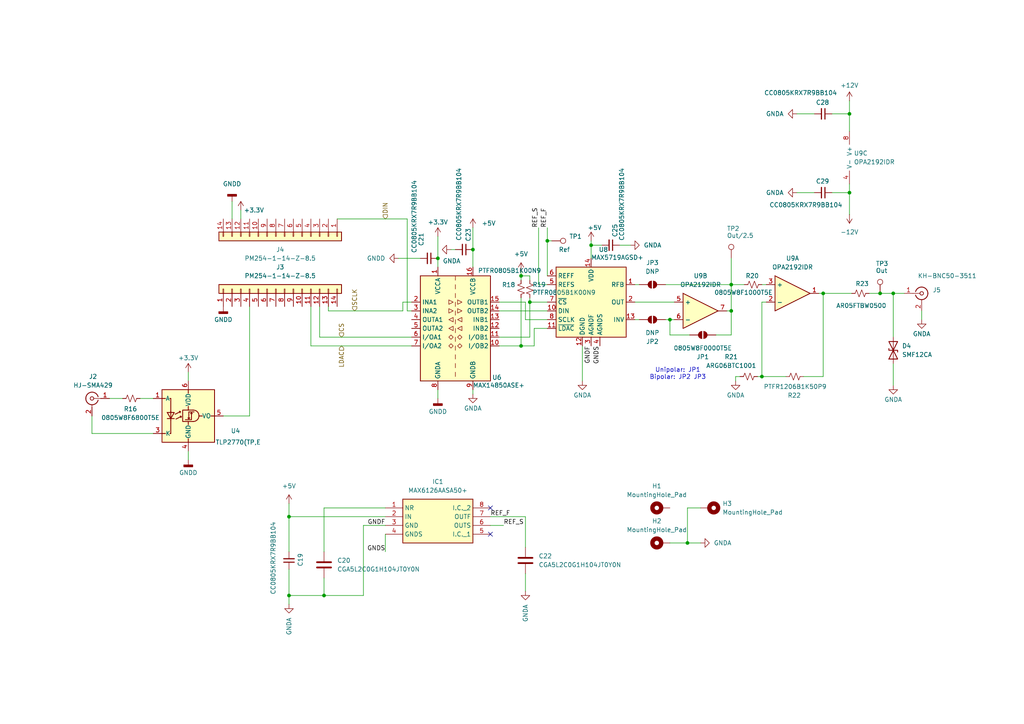
<source format=kicad_sch>
(kicad_sch (version 20250114) (generator "eeschema") (generator_version "9.0")
  (paper "A4")
  (lib_symbols
    (symbol "Analog_DAC:MAX5719xSD"
      (property "Reference" "U" (at -10.16 11.43 0))
      (property "Value" "MAX5719xSD" (at 1.27 11.43 0))
      (symbol "MAX5719xSD_0_1"
        (rectangle (start -10.16 10.16) (end 10.16 -10.16) (stroke (width 0.254)) (fill (type background)))
      )
      (symbol "MAX5719xSD_1_1"
        (pin input line (at -12.7 7.62 0) (length 2.54) (name "REFF") (number "6"))
        (pin input line (at -12.7 5.08 0) (length 2.54) (name "REFS") (number "5"))
        (pin input line (at -12.7 0 0) (length 2.54) (name "~{CS}") (number "7"))
        (pin input line (at -12.7 -2.54 0) (length 2.54) (name "DIN") (number "10"))
        (pin input line (at -12.7 -5.08 0) (length 2.54) (name "SCLK") (number "8"))
        (pin input line (at -12.7 -7.62 0) (length 2.54) (name "~{LDAC}") (number "11"))
        (pin power_in line (at -2.54 -12.7 90) (length 2.54) (name "DGND") (number "12"))
        (pin power_in line (at 0 12.7 270) (length 2.54) (name "VDD") (number "14"))
        (pin power_in line (at 0 -12.7 90) (length 2.54) (name "AGNDF") (number "3"))
        (pin power_in line (at 2.54 -12.7 90) (length 2.54) (name "AGNDS") (number "4"))
        (pin no_connect line (at 10.16 -7.62 180) (length 2.54) (hide yes) (name "NC") (number "9"))
        (pin passive line (at 12.7 5.08 180) (length 2.54) (name "RFB") (number "1"))
        (pin output line (at 12.7 0 180) (length 2.54) (name "OUT") (number "2"))
        (pin passive line (at 12.7 -5.08 180) (length 2.54) (name "INV") (number "13"))
      )
    )
    (symbol "Connector:Conn_Coaxial" (pin_names (offset 1.016) (hide yes))
      (property "Reference" "J" (at 0.254 3.048 0))
      (property "Value" "Conn_Coaxial" (at 2.921 0 90))
      (symbol "Conn_Coaxial_0_1"
        (polyline (pts (xy -2.54 0) (xy -0.508 0)))
        (arc (start 1.778 0) (mid 0.222 -1.8079) (end -1.778 -0.508) (stroke (width 0.254)))
        (arc (start -1.778 0.508) (mid 0.2221 1.8084) (end 1.778 0) (stroke (width 0.254)))
        (circle (center 0 0) (radius 0.508) (stroke (width 0.2032)))
        (polyline (pts (xy 0 -2.54) (xy 0 -1.778)))
      )
      (symbol "Conn_Coaxial_1_1"
        (pin passive line (at -5.08 0 0) (length 2.54) (name "In") (number "1"))
        (pin passive line (at 0 -5.08 90) (length 2.54) (name "Ext") (number "2"))
      )
    )
    (symbol "Connector:TestPoint" (pin_numbers (hide yes)) (pin_names (offset 0.762) (hide yes))
      (property "Reference" "TP" (at 0 6.858 0))
      (property "Value" "TestPoint" (at 0 5.08 0))
      (symbol "TestPoint_0_1"
        (circle (center 0 3.302) (radius 0.762))
      )
      (symbol "TestPoint_1_1"
        (pin passive line (at 0 0 90) (length 2.54) (name "1") (number "1"))
      )
    )
    (symbol "Connector_Generic:Conn_01x14" (pin_names (offset 1.016) (hide yes))
      (property "Reference" "J" (at 0 17.78 0))
      (property "Value" "Conn_01x14" (at 0 -20.32 0))
      (symbol "Conn_01x14_1_1"
        (rectangle (start -1.27 16.51) (end 1.27 -19.05) (stroke (width 0.254)) (fill (type background)))
        (rectangle (start -1.27 15.367) (end 0 15.113) (stroke (width 0.1524)))
        (rectangle (start -1.27 12.827) (end 0 12.573) (stroke (width 0.1524)))
        (rectangle (start -1.27 10.287) (end 0 10.033) (stroke (width 0.1524)))
        (rectangle (start -1.27 7.747) (end 0 7.493) (stroke (width 0.1524)))
        (rectangle (start -1.27 5.207) (end 0 4.953) (stroke (width 0.1524)))
        (rectangle (start -1.27 2.667) (end 0 2.413) (stroke (width 0.1524)))
        (rectangle (start -1.27 0.127) (end 0 -0.127) (stroke (width 0.1524)))
        (rectangle (start -1.27 -2.413) (end 0 -2.667) (stroke (width 0.1524)))
        (rectangle (start -1.27 -4.953) (end 0 -5.207) (stroke (width 0.1524)))
        (rectangle (start -1.27 -7.493) (end 0 -7.747) (stroke (width 0.1524)))
        (rectangle (start -1.27 -10.033) (end 0 -10.287) (stroke (width 0.1524)))
        (rectangle (start -1.27 -12.573) (end 0 -12.827) (stroke (width 0.1524)))
        (rectangle (start -1.27 -15.113) (end 0 -15.367) (stroke (width 0.1524)))
        (rectangle (start -1.27 -17.653) (end 0 -17.907) (stroke (width 0.1524)))
        (pin passive line (at -5.08 15.24 0) (length 3.81) (name "Pin_1") (number "1"))
        (pin passive line (at -5.08 12.7 0) (length 3.81) (name "Pin_2") (number "2"))
        (pin passive line (at -5.08 10.16 0) (length 3.81) (name "Pin_3") (number "3"))
        (pin passive line (at -5.08 7.62 0) (length 3.81) (name "Pin_4") (number "4"))
        (pin passive line (at -5.08 5.08 0) (length 3.81) (name "Pin_5") (number "5"))
        (pin passive line (at -5.08 2.54 0) (length 3.81) (name "Pin_6") (number "6"))
        (pin passive line (at -5.08 0 0) (length 3.81) (name "Pin_7") (number "7"))
        (pin passive line (at -5.08 -2.54 0) (length 3.81) (name "Pin_8") (number "8"))
        (pin passive line (at -5.08 -5.08 0) (length 3.81) (name "Pin_9") (number "9"))
        (pin passive line (at -5.08 -7.62 0) (length 3.81) (name "Pin_10") (number "10"))
        (pin passive line (at -5.08 -10.16 0) (length 3.81) (name "Pin_11") (number "11"))
        (pin passive line (at -5.08 -12.7 0) (length 3.81) (name "Pin_12") (number "12"))
        (pin passive line (at -5.08 -15.24 0) (length 3.81) (name "Pin_13") (number "13"))
        (pin passive line (at -5.08 -17.78 0) (length 3.81) (name "Pin_14") (number "14"))
      )
    )
    (symbol "Device:C" (pin_numbers (hide yes)) (pin_names (offset 0.254))
      (property "Reference" "C" (at 0.635 2.54 0))
      (property "Value" "C" (at 0.635 -2.54 0))
      (symbol "C_0_1"
        (polyline (pts (xy -2.032 0.762) (xy 2.032 0.762)) (stroke (width 0.508)))
        (polyline (pts (xy -2.032 -0.762) (xy 2.032 -0.762)) (stroke (width 0.508)))
      )
      (symbol "C_1_1"
        (pin passive line (at 0 3.81 270) (length 2.794) (name "~") (number "1"))
        (pin passive line (at 0 -3.81 90) (length 2.794) (name "~") (number "2"))
      )
    )
    (symbol "Device:C_Small" (pin_numbers (hide yes)) (pin_names (offset 0.254) (hide yes))
      (property "Reference" "C" (at 0.254 1.778 0))
      (property "Value" "C_Small" (at 0.254 -2.032 0))
      (symbol "C_Small_0_1"
        (polyline (pts (xy -1.524 0.508) (xy 1.524 0.508)) (stroke (width 0.3048)))
        (polyline (pts (xy -1.524 -0.508) (xy 1.524 -0.508)) (stroke (width 0.3302)))
      )
      (symbol "C_Small_1_1"
        (pin passive line (at 0 2.54 270) (length 2.032) (name "~") (number "1"))
        (pin passive line (at 0 -2.54 90) (length 2.032) (name "~") (number "2"))
      )
    )
    (symbol "Device:D_TVS" (pin_numbers (hide yes)) (pin_names (offset 1.016) (hide yes))
      (property "Reference" "D" (at 0 2.54 0))
      (property "Value" "D_TVS" (at 0 -2.54 0))
      (symbol "D_TVS_0_1"
        (polyline (pts (xy -2.54 1.27) (xy -2.54 -1.27) (xy 2.54 1.27) (xy 2.54 -1.27) (xy -2.54 1.27)) (stroke (width 0.254)))
        (polyline (pts (xy 0.508 1.27) (xy 0 1.27) (xy 0 -1.27) (xy -0.508 -1.27)) (stroke (width 0.254)))
        (polyline (pts (xy 1.27 0) (xy -1.27 0)))
      )
      (symbol "D_TVS_1_1"
        (pin passive line (at -3.81 0 0) (length 2.54) (name "A1") (number "1"))
        (pin passive line (at 3.81 0 180) (length 2.54) (name "A2") (number "2"))
      )
    )
    (symbol "Device:Opamp_Dual"
      (property "Reference" "U" (at 0 5.08 0))
      (property "Value" "Opamp_Dual" (at 0 -5.08 0))
      (symbol "Opamp_Dual_1_1"
        (polyline (pts (xy -5.08 5.08) (xy 5.08 0) (xy -5.08 -5.08) (xy -5.08 5.08)) (stroke (width 0.254)) (fill (type background)))
        (pin input line (at -7.62 2.54 0) (length 2.54) (name "+") (number "3"))
        (pin input line (at -7.62 -2.54 0) (length 2.54) (name "-") (number "2"))
        (pin output line (at 7.62 0 180) (length 2.54) (name "~") (number "1"))
      )
      (symbol "Opamp_Dual_2_1"
        (polyline (pts (xy -5.08 5.08) (xy 5.08 0) (xy -5.08 -5.08) (xy -5.08 5.08)) (stroke (width 0.254)) (fill (type background)))
        (pin input line (at -7.62 2.54 0) (length 2.54) (name "+") (number "5"))
        (pin input line (at -7.62 -2.54 0) (length 2.54) (name "-") (number "6"))
        (pin output line (at 7.62 0 180) (length 2.54) (name "~") (number "7"))
      )
      (symbol "Opamp_Dual_3_1"
        (pin power_in line (at -2.54 7.62 270) (length 3.81) (name "V+") (number "8"))
        (pin power_in line (at -2.54 -7.62 90) (length 3.81) (name "V-") (number "4"))
      )
    )
    (symbol "Device:R_Small_US" (pin_numbers (hide yes)) (pin_names (offset 0.254) (hide yes))
      (property "Reference" "R" (at 0.762 0.508 0))
      (property "Value" "R_Small_US" (at 0.762 -1.016 0))
      (symbol "R_Small_US_1_1"
        (polyline (pts (xy 0 1.524) (xy 1.016 1.143) (xy 0 0.762) (xy -1.016 0.381) (xy 0 0)))
        (polyline (pts (xy 0 0) (xy 1.016 -0.381) (xy 0 -0.762) (xy -1.016 -1.143) (xy 0 -1.524)))
        (pin passive line (at 0 2.54 270) (length 1.016) (name "~") (number "1"))
        (pin passive line (at 0 -2.54 90) (length 1.016) (name "~") (number "2"))
      )
    )
    (symbol "Isolator:MAX14850ASE+"
      (property "Reference" "U" (at -9.525 16.51 0))
      (property "Value" "MAX14850ASE+" (at 13.335 16.51 0))
      (symbol "MAX14850ASE+_0_1"
        (rectangle (start -10.16 15.24) (end 10.16 -15.24) (stroke (width 0.254)) (fill (type background)))
        (polyline (pts (xy -1.905 8.255) (xy -1.905 6.985) (xy -0.635 7.62) (xy -1.905 8.255)))
        (polyline (pts (xy -1.905 5.715) (xy -1.905 4.445) (xy -0.635 5.08) (xy -1.905 5.715)))
        (polyline (pts (xy -1.27 -1.905) (xy -1.905 -2.54) (xy -1.27 -3.175) (xy -0.635 -2.54) (xy -1.27 -1.905)))
        (polyline (pts (xy -1.27 -4.445) (xy -1.905 -5.08) (xy -1.27 -5.715) (xy -0.635 -5.08) (xy -1.27 -4.445)))
        (polyline (pts (xy -0.635 1.905) (xy -0.635 3.175) (xy -1.905 2.54) (xy -0.635 1.905)))
        (polyline (pts (xy -0.635 -0.635) (xy -0.635 0.635) (xy -1.905 0) (xy -0.635 -0.635)))
        (polyline (pts (xy 0 15.24) (xy 0 13.97)))
        (polyline (pts (xy 0 12.7) (xy 0 11.43)))
        (polyline (pts (xy 0 10.16) (xy 0 8.89)))
        (polyline (pts (xy 0 7.62) (xy 0 6.35)))
        (polyline (pts (xy 0 5.08) (xy 0 3.81)))
        (polyline (pts (xy 0 2.54) (xy 0 1.27)))
        (polyline (pts (xy 0 0) (xy 0 -1.27)))
        (polyline (pts (xy 0 -2.54) (xy 0 -3.81)))
        (polyline (pts (xy 0 -5.08) (xy 0 -6.35)))
        (polyline (pts (xy 0 -7.62) (xy 0 -8.89)))
        (polyline (pts (xy 0 -10.16) (xy 0 -11.43)))
        (polyline (pts (xy 0 -12.7) (xy 0 -13.97)))
        (polyline (pts (xy 0.635 8.255) (xy 0.635 6.985) (xy 1.905 7.62) (xy 0.635 8.255)))
        (polyline (pts (xy 0.635 5.715) (xy 0.635 4.445) (xy 1.905 5.08) (xy 0.635 5.715)))
        (polyline (pts (xy 1.27 -1.905) (xy 0.635 -2.54) (xy 1.27 -3.175) (xy 1.905 -2.54) (xy 1.27 -1.905)))
        (polyline (pts (xy 1.27 -4.445) (xy 0.635 -5.08) (xy 1.27 -5.715) (xy 1.905 -5.08) (xy 1.27 -4.445)))
        (polyline (pts (xy 1.905 1.905) (xy 1.905 3.175) (xy 0.635 2.54) (xy 1.905 1.905)))
        (polyline (pts (xy 1.905 -0.635) (xy 1.905 0.635) (xy 0.635 0) (xy 1.905 -0.635)))
      )
      (symbol "MAX14850ASE+_1_1"
        (pin input line (at -12.7 7.62 0) (length 2.54) (name "INA1") (number "2"))
        (pin input line (at -12.7 5.08 0) (length 2.54) (name "INA2") (number "3"))
        (pin output line (at -12.7 2.54 0) (length 2.54) (name "OUTA1") (number "4"))
        (pin output line (at -12.7 0 0) (length 2.54) (name "OUTA2") (number "5"))
        (pin bidirectional line (at -12.7 -2.54 0) (length 2.54) (name "I/OA1") (number "6"))
        (pin bidirectional line (at -12.7 -5.08 0) (length 2.54) (name "I/OA2") (number "7"))
        (pin power_in line (at -5.08 17.78 270) (length 2.54) (name "VCCA") (number "1"))
        (pin power_in line (at -5.08 -17.78 90) (length 2.54) (name "GNDA") (number "8"))
        (pin power_in line (at 5.08 17.78 270) (length 2.54) (name "VCCB") (number "16"))
        (pin power_in line (at 5.08 -17.78 90) (length 2.54) (name "GNDB") (number "9"))
        (pin output line (at 12.7 7.62 180) (length 2.54) (name "OUTB1") (number "15"))
        (pin output line (at 12.7 5.08 180) (length 2.54) (name "OUTB2") (number "14"))
        (pin input line (at 12.7 2.54 180) (length 2.54) (name "INB1") (number "13"))
        (pin input line (at 12.7 0 180) (length 2.54) (name "INB2") (number "12"))
        (pin bidirectional line (at 12.7 -2.54 180) (length 2.54) (name "I/OB1") (number "11"))
        (pin bidirectional line (at 12.7 -5.08 180) (length 2.54) (name "I/OB2") (number "10"))
      )
    )
    (symbol "Isolator:TLP2770" (pin_names (offset 1.016))
      (property "Reference" "U" (at -6.35 8.89 0))
      (property "Value" "TLP2770" (at 5.08 8.89 0))
      (symbol "TLP2770_0_1"
        (polyline (pts (xy -7.62 5.08) (xy -6.604 5.08)) (stroke (width 0.254)))
        (polyline (pts (xy -7.62 -5.08) (xy -6.604 -5.08)) (stroke (width 0.254)))
        (polyline (pts (xy -5.08 5.08) (xy -5.334 5.08)) (stroke (width 0.254)))
        (polyline (pts (xy -5.08 1.27) (xy -5.08 5.08)) (stroke (width 0.254)))
        (polyline (pts (xy -5.08 -1.27) (xy -5.08 -5.08)) (stroke (width 0.254)))
        (polyline (pts (xy -5.08 -5.08) (xy -5.334 -5.08)) (stroke (width 0.254)))
        (polyline (pts (xy 0 7.62) (xy 0 6.604)) (stroke (width 0.254)))
        (polyline (pts (xy 0 1.651) (xy 0 2.794)) (stroke (width 0.254)))
        (polyline (pts (xy 0 -1.651) (xy 0 -2.54)) (stroke (width 0.254)))
        (polyline (pts (xy 0 -7.62) (xy 0 -6.604)) (stroke (width 0.254)))
        (polyline (pts (xy 3.048 0) (xy 4.064 0)) (stroke (width 0.254)))
        (polyline (pts (xy 7.62 0) (xy 6.604 0)) (stroke (width 0.254)))
      )
      (symbol "TLP2770_1_1"
        (rectangle (start -7.62 7.62) (end 7.62 -7.62) (stroke (width 0.254)) (fill (type background)))
        (polyline (pts (xy -6.096 1.016) (xy -4.064 1.016) (xy -5.08 -0.762) (xy -6.096 1.016)) (stroke (width 0.254)))
        (polyline (pts (xy -6.096 -0.762) (xy -4.064 -0.762)) (stroke (width 0.254)))
        (polyline (pts (xy -5.08 1.016) (xy -5.08 1.397)) (stroke (width 0.254)))
        (polyline (pts (xy -5.08 1.016) (xy -5.08 -0.762)) (stroke (width 0.254)))
        (polyline (pts (xy -5.08 -0.762) (xy -5.08 -1.27)) (stroke (width 0.254)))
        (polyline (pts (xy -3.81 0.508) (xy -2.286 1.27)) (stroke (width 0.254)))
        (polyline (pts (xy -3.556 -0.889) (xy -2.032 -0.127)) (stroke (width 0.254)))
        (polyline (pts (xy -2.286 1.27) (xy -2.5908 1.3716)) (stroke (width 0.254)))
        (polyline (pts (xy -2.286 1.27) (xy -2.3876 0.9144)) (stroke (width 0.254)))
        (polyline (pts (xy -2.032 -0.127) (xy -2.3368 -0.0254)) (stroke (width 0.254)))
        (polyline (pts (xy -2.032 -0.127) (xy -2.1336 -0.4826)) (stroke (width 0.254)))
        (polyline (pts (xy 0.1524 -0.8382) (xy -0.1016 -0.5842) (xy 0.4064 -0.5842)) (stroke (width 0.254)))
        (polyline (pts (xy 0.9144 0.9398) (xy 0.9144 -1.0922) (xy -0.8636 -1.0922)) (stroke (width 0.254)))
        (polyline (pts (xy 0.9144 0.9398) (xy 0.6604 0.6858) (xy 1.1684 0.6858) (xy 0.9144 0.9398)) (stroke (width 0.254)))
        (polyline (pts (xy 1.4224 1.7018) (xy -1.6256 1.7018) (xy -1.6256 -1.6002) (xy 1.4224 -1.6002)) (stroke (width 0.254)))
        (arc (start 3.0988 0.0762) (mid 2.6102 -1.1118) (end 1.4224 -1.6002) (stroke (width 0.254)))
        (arc (start 1.3462 1.6764) (mid 2.6011 1.2413) (end 3.0734 0) (stroke (width 0.254)))
        (polyline (pts (xy 1.6764 1.1938) (xy 0.1524 1.1938) (xy 0.1524 -0.8382) (xy 0.4064 -0.5842)) (stroke (width 0.254)))
        (pin passive line (at -10.16 5.08 0) (length 2.54) (name "A") (number "1"))
        (pin passive line (at -10.16 -5.08 0) (length 2.54) (name "K") (number "3"))
        (pin no_connect line (at -7.62 0 0) (length 2.54) (hide yes) (name "NC") (number "2"))
        (pin power_in line (at 0 10.16 270) (length 2.54) (name "VDD") (number "6"))
        (pin power_in line (at 0 -10.16 90) (length 2.54) (name "GND") (number "4"))
        (pin output line (at 10.16 0 180) (length 2.54) (name "VO") (number "5"))
      )
    )
    (symbol "Jumper:SolderJumper_2_Open" (pin_numbers (hide yes)) (pin_names (offset 0) (hide yes)) (exclude_from_sim yes) (in_bom no)
      (property "Reference" "JP" (at 0 2.032 0))
      (property "Value" "SolderJumper_2_Open" (at 0 -2.54 0))
      (symbol "SolderJumper_2_Open_0_1"
        (polyline (pts (xy -0.254 1.016) (xy -0.254 -1.016)))
        (arc (start -0.254 -1.016) (mid -1.2656 0) (end -0.254 1.016))
        (arc (start -0.254 -1.016) (mid -1.2656 0) (end -0.254 1.016) (fill (type outline)))
        (arc (start 0.254 1.016) (mid 1.2656 0) (end 0.254 -1.016))
        (arc (start 0.254 1.016) (mid 1.2656 0) (end 0.254 -1.016) (fill (type outline)))
        (polyline (pts (xy 0.254 1.016) (xy 0.254 -1.016)))
      )
      (symbol "SolderJumper_2_Open_1_1"
        (pin passive line (at -3.81 0 0) (length 2.54) (name "A") (number "1"))
        (pin passive line (at 3.81 0 180) (length 2.54) (name "B") (number "2"))
      )
    )
    (symbol "Mechanical:MountingHole_Pad" (pin_numbers (hide yes)) (pin_names (offset 1.016) (hide yes)) (in_bom no)
      (property "Reference" "H" (at 0 6.35 0))
      (property "Value" "MountingHole_Pad" (at 0 4.445 0))
      (symbol "MountingHole_Pad_0_1"
        (circle (center 0 1.27) (radius 1.27) (stroke (width 1.27)))
      )
      (symbol "MountingHole_Pad_1_1"
        (pin input line (at 0 -2.54 90) (length 2.54) (name "1") (number "1"))
      )
    )
    (symbol "SamacSys_Parts:MAX6126A41+"
      (property "Reference" "IC" (at 26.67 7.62 0))
      (property "Value" "MAX6126A41+" (at 26.67 5.08 0))
      (symbol "MAX6126A41+_1_1"
        (rectangle (start 5.08 2.54) (end 25.4 -10.16) (stroke (width 0.254)) (fill (type background)))
        (pin passive line (at 0 0 0) (length 5.08) (name "NR") (number "1"))
        (pin passive line (at 0 -2.54 0) (length 5.08) (name "IN") (number "2"))
        (pin passive line (at 0 -5.08 0) (length 5.08) (name "GND") (number "3"))
        (pin passive line (at 0 -7.62 0) (length 5.08) (name "GNDS") (number "4"))
        (pin passive line (at 30.48 0 180) (length 5.08) (name "I.C._2") (number "8"))
        (pin passive line (at 30.48 -2.54 180) (length 5.08) (name "OUTF") (number "7"))
        (pin passive line (at 30.48 -5.08 180) (length 5.08) (name "OUTS") (number "6"))
        (pin passive line (at 30.48 -7.62 180) (length 5.08) (name "I.C._1") (number "5"))
      )
    )
    (symbol "power:+12V" (power) (pin_numbers (hide yes)) (pin_names (offset 0) (hide yes))
      (property "Value" "+12V" (at 0 3.556 0))
      (symbol "+12V_0_1"
        (polyline (pts (xy -0.762 1.27) (xy 0 2.54)))
        (polyline (pts (xy 0 2.54) (xy 0.762 1.27)))
        (polyline (pts (xy 0 0) (xy 0 2.54)))
      )
      (symbol "+12V_1_1"
        (pin power_in line (at 0 0 90) (length 0) (name "~") (number "1"))
      )
    )
    (symbol "power:+3.3V" (power) (pin_names (offset 0))
      (property "Value" "+3.3V" (at 0 3.556 0))
      (symbol "+3.3V_0_1"
        (polyline (pts (xy -0.762 1.27) (xy 0 2.54)))
        (polyline (pts (xy 0 2.54) (xy 0.762 1.27)))
        (polyline (pts (xy 0 0) (xy 0 2.54)))
      )
      (symbol "+3.3V_1_1"
        (pin power_in line (at 0 0 90) (length 0) (hide yes) (name "+3.3V") (number "1"))
      )
    )
    (symbol "power:+5VD" (power) (pin_names (offset 0))
      (property "Value" "+5VD" (at 0 3.556 0))
      (symbol "+5VD_0_1"
        (polyline (pts (xy -0.762 1.27) (xy 0 2.54)))
        (polyline (pts (xy 0 2.54) (xy 0.762 1.27)))
        (polyline (pts (xy 0 0) (xy 0 2.54)))
      )
      (symbol "+5VD_1_1"
        (pin power_in line (at 0 0 90) (length 0) (hide yes) (name "+5VD") (number "1"))
      )
    )
    (symbol "power:GNDA" (power) (pin_names (offset 0))
      (property "Value" "GNDA" (at 0 -3.81 0))
      (symbol "GNDA_0_1"
        (polyline (pts (xy 0 0) (xy 0 -1.27) (xy 1.27 -1.27) (xy 0 -2.54) (xy -1.27 -1.27) (xy 0 -1.27)))
      )
      (symbol "GNDA_1_1"
        (pin power_in line (at 0 0 270) (length 0) (hide yes) (name "GNDA") (number "1"))
      )
    )
    (symbol "power:GNDD" (power) (pin_names (offset 0))
      (property "Value" "GNDD" (at 0 -3.175 0))
      (symbol "GNDD_0_1"
        (rectangle (start -1.27 -1.524) (end 1.27 -2.032) (stroke (width 0.254)) (fill (type outline)))
        (polyline (pts (xy 0 0) (xy 0 -1.524)))
      )
      (symbol "GNDD_1_1"
        (pin power_in line (at 0 0 270) (length 0) (hide yes) (name "GNDD") (number "1"))
      )
    )
  )
  (text "Unipolar: JP1\nBipolar: JP2 JP3\n\n" (at 196.596 109.474 0) (effects (font (size 1.27 1.27))))
  (junction (at 93.98 172.72))
  (junction (at 83.82 172.72))
  (junction (at 151.13 80.01))
  (junction (at 171.45 71.12))
  (junction (at 212.09 90.17))
  (junction (at 194.31 92.71))
  (junction (at 199.39 157.48))
  (junction (at 212.09 82.55))
  (junction (at 238.76 85.09))
  (junction (at 246.38 33.02))
  (junction (at 158.75 69.85))
  (junction (at 255.27 85.09))
  (junction (at 153.67 87.63))
  (junction (at 259.08 85.09))
  (junction (at 220.98 109.22))
  (junction (at 127 74.93))
  (junction (at 151.13 100.33))
  (junction (at 137.16 72.39))
  (junction (at 83.82 149.86))
  (junction (at 246.38 55.88))
  (no_connect (at 142.24 154.94))
  (no_connect (at 142.24 147.32))
  (wire (pts (xy 158.75 80.01) (xy 158.75 69.85)))
  (wire (pts (xy 193.04 82.55) (xy 212.09 82.55)))
  (wire (pts (xy 111.76 160.02) (xy 111.76 154.94)))
  (wire (pts (xy 199.39 157.48) (xy 203.2 157.48)))
  (wire (pts (xy 118.11 90.17) (xy 119.38 90.17)))
  (wire (pts (xy 67.31 58.42) (xy 67.31 63.5)))
  (wire (pts (xy 83.82 172.72) (xy 93.98 172.72)))
  (wire (pts (xy 90.17 100.33) (xy 119.38 100.33)))
  (wire (pts (xy 246.38 29.21) (xy 246.38 33.02)))
  (wire (pts (xy 174.625 71.12) (xy 171.45 71.12)))
  (wire (pts (xy 153.67 97.79) (xy 153.67 87.63)))
  (wire (pts (xy 168.91 100.33) (xy 168.91 110.49)))
  (wire (pts (xy 194.31 97.155) (xy 194.31 92.71)))
  (wire (pts (xy 259.08 85.09) (xy 262.255 85.09)))
  (wire (pts (xy 246.38 55.88) (xy 246.38 62.23)))
  (wire (pts (xy 92.71 97.79) (xy 92.71 88.9)))
  (wire (pts (xy 179.705 71.12) (xy 182.88 71.12)))
  (wire (pts (xy 118.11 90.17) (xy 118.11 63.5)))
  (wire (pts (xy 238.76 85.09) (xy 247.015 85.09)))
  (wire (pts (xy 213.36 109.22) (xy 213.36 110.49)))
  (wire (pts (xy 153.67 86.36) (xy 153.67 87.63)))
  (wire (pts (xy 252.095 85.09) (xy 255.27 85.09)))
  (wire (pts (xy 152.4 87.63) (xy 152.4 92.71)))
  (wire (pts (xy 220.98 82.55) (xy 222.25 82.55)))
  (wire (pts (xy 154.94 95.25) (xy 158.75 95.25)))
  (wire (pts (xy 212.09 82.55) (xy 212.09 90.17)))
  (wire (pts (xy 93.98 167.64) (xy 93.98 172.72)))
  (wire (pts (xy 246.38 53.34) (xy 246.38 55.88)))
  (wire (pts (xy 105.41 172.72) (xy 93.98 172.72)))
  (wire (pts (xy 40.64 115.57) (xy 44.45 115.57)))
  (wire (pts (xy 152.4 158.75) (xy 152.4 149.86)))
  (wire (pts (xy 146.05 152.4) (xy 142.24 152.4)))
  (wire (pts (xy 83.82 175.26) (xy 83.82 172.72)))
  (wire (pts (xy 69.85 60.96) (xy 69.85 63.5)))
  (wire (pts (xy 156.21 66.04) (xy 156.21 82.55)))
  (wire (pts (xy 83.82 146.05) (xy 83.82 149.86)))
  (wire (pts (xy 199.39 147.32) (xy 203.2 147.32)))
  (wire (pts (xy 212.09 90.17) (xy 210.82 90.17)))
  (wire (pts (xy 26.67 120.65) (xy 26.67 125.73)))
  (wire (pts (xy 213.36 109.22) (xy 214.63 109.22)))
  (wire (pts (xy 184.15 92.71) (xy 185.42 92.71)))
  (wire (pts (xy 130.81 72.39) (xy 132.08 72.39)))
  (wire (pts (xy 152.4 166.37) (xy 152.4 171.45)))
  (wire (pts (xy 144.78 87.63) (xy 152.4 87.63)))
  (wire (pts (xy 83.82 149.86) (xy 111.76 149.86)))
  (wire (pts (xy 127 74.93) (xy 127 77.47)))
  (wire (pts (xy 231.14 55.88) (xy 236.22 55.88)))
  (wire (pts (xy 194.31 157.48) (xy 199.39 157.48)))
  (wire (pts (xy 255.27 85.09) (xy 259.08 85.09)))
  (wire (pts (xy 212.09 82.55) (xy 215.9 82.55)))
  (wire (pts (xy 212.09 74.93) (xy 212.09 82.55)))
  (wire (pts (xy 118.11 63.5) (xy 97.79 63.5)))
  (wire (pts (xy 212.09 97.155) (xy 212.09 90.17)))
  (wire (pts (xy 116.84 90.17) (xy 116.84 87.63)))
  (wire (pts (xy 171.45 71.12) (xy 171.45 69.85)))
  (wire (pts (xy 160.02 69.85) (xy 158.75 69.85)))
  (wire (pts (xy 158.75 82.55) (xy 156.21 82.55)))
  (wire (pts (xy 227.965 109.22) (xy 220.98 109.22)))
  (wire (pts (xy 83.82 149.86) (xy 83.82 160.02)))
  (wire (pts (xy 153.67 87.63) (xy 158.75 87.63)))
  (wire (pts (xy 199.39 147.32) (xy 199.39 157.48)))
  (wire (pts (xy 184.15 87.63) (xy 195.58 87.63)))
  (wire (pts (xy 153.67 80.01) (xy 151.13 80.01)))
  (wire (pts (xy 127 113.03) (xy 127 115.57)))
  (wire (pts (xy 151.13 80.01) (xy 151.13 81.28)))
  (wire (pts (xy 137.16 113.03) (xy 137.16 114.3)))
  (wire (pts (xy 241.3 55.88) (xy 246.38 55.88)))
  (wire (pts (xy 151.13 80.01) (xy 151.13 78.74)))
  (wire (pts (xy 142.24 149.86) (xy 152.4 149.86)))
  (wire (pts (xy 151.13 100.33) (xy 154.94 100.33)))
  (wire (pts (xy 241.3 33.02) (xy 246.38 33.02)))
  (wire (pts (xy 153.67 81.28) (xy 153.67 80.01)))
  (wire (pts (xy 72.39 120.65) (xy 72.39 88.9)))
  (wire (pts (xy 152.4 92.71) (xy 158.75 92.71)))
  (wire (pts (xy 184.15 82.55) (xy 185.42 82.55)))
  (wire (pts (xy 246.38 33.02) (xy 246.38 38.1)))
  (wire (pts (xy 219.71 109.22) (xy 220.98 109.22)))
  (wire (pts (xy 238.76 85.09) (xy 238.76 109.22)))
  (wire (pts (xy 31.75 115.57) (xy 35.56 115.57)))
  (wire (pts (xy 267.335 90.17) (xy 267.335 92.71)))
  (wire (pts (xy 115.57 74.93) (xy 121.92 74.93)))
  (wire (pts (xy 144.78 100.33) (xy 151.13 100.33)))
  (wire (pts (xy 222.25 87.63) (xy 220.98 87.63)))
  (wire (pts (xy 137.16 72.39) (xy 137.16 77.47)))
  (wire (pts (xy 83.82 172.72) (xy 83.82 165.1)))
  (wire (pts (xy 200.025 97.155) (xy 194.31 97.155)))
  (wire (pts (xy 144.78 90.17) (xy 158.75 90.17)))
  (wire (pts (xy 54.61 107.95) (xy 54.61 110.49)))
  (wire (pts (xy 151.13 86.36) (xy 151.13 100.33)))
  (wire (pts (xy 207.645 97.155) (xy 212.09 97.155)))
  (wire (pts (xy 195.58 92.71) (xy 194.31 92.71)))
  (wire (pts (xy 231.14 33.02) (xy 236.22 33.02)))
  (wire (pts (xy 137.16 66.04) (xy 137.16 72.39)))
  (wire (pts (xy 171.45 71.12) (xy 171.45 74.93)))
  (wire (pts (xy 259.08 105.41) (xy 259.08 111.76)))
  (wire (pts (xy 105.41 152.4) (xy 105.41 172.72)))
  (wire (pts (xy 111.76 152.4) (xy 105.41 152.4)))
  (wire (pts (xy 26.67 125.73) (xy 44.45 125.73)))
  (wire (pts (xy 92.71 97.79) (xy 119.38 97.79)))
  (wire (pts (xy 237.49 85.09) (xy 238.76 85.09)))
  (wire (pts (xy 154.94 100.33) (xy 154.94 95.25)))
  (wire (pts (xy 193.04 92.71) (xy 194.31 92.71)))
  (wire (pts (xy 54.61 130.81) (xy 54.61 133.35)))
  (wire (pts (xy 95.25 90.17) (xy 116.84 90.17)))
  (wire (pts (xy 90.17 100.33) (xy 90.17 88.9)))
  (wire (pts (xy 127 68.58) (xy 127 74.93)))
  (wire (pts (xy 64.77 120.65) (xy 72.39 120.65)))
  (wire (pts (xy 220.98 87.63) (xy 220.98 109.22)))
  (wire (pts (xy 233.045 109.22) (xy 238.76 109.22)))
  (wire (pts (xy 158.75 69.85) (xy 158.75 66.04)))
  (wire (pts (xy 93.98 160.02) (xy 93.98 147.32)))
  (wire (pts (xy 95.25 88.9) (xy 95.25 90.17)))
  (wire (pts (xy 144.78 97.79) (xy 153.67 97.79)))
  (wire (pts (xy 116.84 87.63) (xy 119.38 87.63)))
  (wire (pts (xy 93.98 147.32) (xy 111.76 147.32)))
  (wire (pts (xy 259.08 85.09) (xy 259.08 97.79)))
  (label "REF_F" (at 158.75 66.04 90))
  (label "REF_S" (at 146.05 152.4 0))
  (label "REF_S" (at 156.21 66.04 90))
  (label "GNDF" (at 111.76 152.4 180))
  (label "GNDS" (at 173.99 100.33 270))
  (label "GNDF" (at 171.45 100.33 270))
  (label "REF_F" (at 142.24 149.86 0))
  (label "GNDS" (at 111.76 160.02 180))
  (hierarchical_label "SCLK" (shape input) (at 102.87 90.17 90))
  (hierarchical_label "LDAC" (shape input) (at 99.06 100.33 270))
  (hierarchical_label "DIN" (shape input) (at 111.76 63.5 90))
  (hierarchical_label "CS" (shape input) (at 99.06 97.79 90))
  (symbol (lib_id "power:+5VD") (at 83.82 146.05 0) (unit 1)
    (property "Reference" "#PWR028" (effects (hide yes)))
    (property "Value" "+5V" (at 83.82 140.97 0))
  )
  (symbol (lib_id "Device:C_Small") (at 177.165 71.12 270) (unit 1)
    (property "Reference" "C25" (at 178.3708 68.7959 0) (effects (justify right)))
    (property "Value" "CC0805KRX7R9BB104" (at 180.34 69.85 0) (effects (justify right)))
    (property "Footprint" "Capacitor_SMD:C_0805_2012Metric" (effects (hide yes)))
  )
  (symbol (lib_id "Device:Opamp_Dual") (at 229.87 85.09 0) (unit 1)
    (property "Reference" "U9" (at 229.87 74.93 0))
    (property "Value" "OPA2192IDR" (at 229.87 77.47 0))
    (property "Footprint" "Package_SO:SOIC-8_3.9x4.9mm_P1.27mm" (effects (hide yes)))
    (property "Description" "Dual operational amplifier" (effects (hide yes)))
    (property "Sim.Library" "${KICAD9_SYMBOL_DIR}/Simulation_SPICE.sp" (effects (hide yes)))
    (property "Sim.Name" "kicad_builtin_opamp_dual" (effects (hide yes)))
    (property "Sim.Device" "SUBCKT" (effects (hide yes)))
    (property "Sim.Pins" "1=out1 2=in1- 3=in1+ 4=vee 5=in2+ 6=in2- 7=out2 8=vcc" (effects (hide yes)))
  )
  (symbol (lib_id "Mechanical:MountingHole_Pad") (at 191.77 157.48 90) (unit 1) (in_bom no)
    (property "Reference" "H2" (at 190.5 151.13 90))
    (property "Value" "MountingHole_Pad" (at 190.5 153.67 90))
    (property "Footprint" "MountingHole:MountingHole_3.7mm_Pad_Via" (effects (hide yes)))
    (property "Description" "Mounting Hole with connection" (effects (hide yes)))
  )
  (symbol (lib_id "power:+5VD") (at 171.45 69.85 0) (unit 1)
    (property "Reference" "#PWR040" (effects (hide yes)))
    (property "Value" "+5V" (at 170.434 66.04 0) (effects (justify left)))
  )
  (symbol (lib_id "Connector:TestPoint") (at 160.02 69.85 270) (unit 1)
    (property "Reference" "TP1" (at 165.1 68.5799 90) (effects (justify left)))
    (property "Value" "Ref" (at 162.052 72.39 90) (effects (justify left)))
    (property "Footprint" "TestPoint:TestPoint_Pad_D1.0mm" (effects (hide yes)))
    (property "Description" "test point" (effects (hide yes)))
  )
  (symbol (lib_id "Device:C_Small") (at 134.62 72.39 270) (unit 1)
    (property "Reference" "C23" (at 135.8258 70.0659 0) (effects (justify right)))
    (property "Value" "CC0805KRX7R9BB104" (at 133.096 69.85 0) (effects (justify right)))
    (property "Footprint" "Capacitor_SMD:C_0805_2012Metric" (effects (hide yes)))
  )
  (symbol (lib_id "Device:R_Small_US") (at 249.555 85.09 90) (unit 1)
    (property "Reference" "R23" (at 250.063 82.296 90))
    (property "Value" "AR05FTBW0500" (at 249.809 88.646 90))
    (property "Footprint" "Resistor_SMD:R_0805_2012Metric" (effects (hide yes)))
  )
  (symbol (lib_id "SamacSys_Parts:MAX6126A41+") (at 111.76 147.32 0) (unit 1)
    (property "Reference" "IC1" (at 127 139.7 0))
    (property "Value" "MAX6126AASA50+" (at 127 142.24 0))
    (property "Footprint" "Package_SO:SOIC-8_3.9x4.9mm_P1.27mm" (effects (hide yes)))
    (property "Datasheet" "https://pdfserv.maximintegrated.com/en/ds/MAX6126.pdf" (effects (hide yes)))
    (property "Description" "Maxim MAX6126A41+, Series Voltage Reference 4.096V, 0.06% 12.6 V max., 8-Pin uMAX" (effects (hide yes)))
    (property "Height" "1.1" (effects (hide yes)))
    (property "Mouser Part Number" "700-MAX6126A41" (effects (hide yes)))
    (property "Mouser Price/Stock" "https://www.mouser.co.uk/ProductDetail/Analog-Devices-Maxim-Integrated/MAX6126A41%2b?qs=1THa7WoU59GF%2FljoQ5dT7w%3D%3D" (effects (hide yes)))
    (property "Manufacturer_Name" "Analog Devices" (effects (hide yes)))
    (property "Manufacturer_Part_Number" "MAX6126A41+" (effects (hide yes)))
  )
  (symbol (lib_id "power:+12V") (at 246.38 62.23 180) (unit 1)
    (property "Reference" "#PWR052" (effects (hide yes)))
    (property "Value" "-12V" (at 246.38 67.31 0))
    (property "Description" "Power symbol creates a global label with name \"+12V\"" (effects (hide yes)))
  )
  (symbol (lib_id "power:GNDA") (at 231.14 33.02 270) (unit 1)
    (property "Reference" "#PWR049" (effects (hide yes)))
    (property "Value" "GNDA" (at 227.33 33.0199 90) (effects (justify right)))
  )
  (symbol (lib_id "power:GNDD") (at 67.31 58.42 180) (unit 1)
    (property "Reference" "#PWR025" (effects (hide yes)))
    (property "Value" "GNDD" (at 67.31 53.34 0))
  )
  (symbol (lib_id "power:+5VD") (at 137.16 66.04 0) (unit 1)
    (property "Reference" "#PWR036" (effects (hide yes)))
    (property "Value" "+5V" (at 139.7 64.7699 0) (effects (justify left)))
  )
  (symbol (lib_id "power:GNDD") (at 64.77 88.9 0) (unit 1)
    (property "Reference" "#PWR024" (effects (hide yes)))
    (property "Value" "GNDD" (at 64.77 92.71 0))
  )
  (symbol (lib_id "power:+5VD") (at 151.13 78.74 0) (unit 1)
    (property "Reference" "#PWR039" (effects (hide yes)))
    (property "Value" "+5V" (at 151.13 73.66 0))
  )
  (symbol (lib_id "Device:R_Small_US") (at 230.505 109.22 90) (unit 1)
    (property "Reference" "R22" (at 230.378 114.681 90))
    (property "Value" "PTFR1206B1K50P9" (at 230.632 112.141 90))
    (property "Footprint" "Resistor_SMD:R_1206_3216Metric" (effects (hide yes)))
  )
  (symbol (lib_id "Device:R_Small_US") (at 218.44 82.55 270) (unit 1)
    (property "Reference" "R20" (at 218.186 80.01 90))
    (property "Value" "0805W8F1000T5E" (at 215.646 84.836 90))
    (property "Footprint" "Resistor_SMD:R_0805_2012Metric" (effects (hide yes)))
  )
  (symbol (lib_id "Isolator:MAX14850ASE+") (at 132.08 95.25 0) (unit 1)
    (property "Reference" "U6" (at 142.748 109.474 0) (effects (justify left)))
    (property "Value" "MAX14850ASE+" (at 137.16 111.76 0) (effects (justify left)))
    (property "Footprint" "Package_SO:SOIC-16_3.9x9.9mm_P1.27mm" (effects (hide yes)))
    (property "Datasheet" "https://datasheets.maximintegrated.com/en/ds/MAX14850.pdf" (effects (hide yes)))
  )
  (symbol (lib_id "Connector:Conn_Coaxial") (at 267.335 85.09 0) (unit 1)
    (property "Reference" "J5" (at 270.51 84.1131 0) (effects (justify left)))
    (property "Value" "KH-BNC50-3511" (at 266.192 80.01 0) (effects (justify left)))
    (property "Footprint" "Connector_Coaxial:BNC_Amphenol_B6252HB-NPP3G-50_Horizontal" (effects (hide yes)))
  )
  (symbol (lib_id "Device:R_Small_US") (at 38.1 115.57 90) (unit 1)
    (property "Reference" "R16" (at 37.846 118.618 90))
    (property "Value" "0805W8F6800T5E" (at 37.846 121.158 90))
    (property "Footprint" "Resistor_SMD:R_0805_2012Metric" (effects (hide yes)))
    (property "Description" "Resistor, small US symbol" (effects (hide yes)))
  )
  (symbol (lib_id "Device:C_Small") (at 83.82 162.56 180) (unit 1)
    (property "Reference" "C19" (at 87.122 164.338 90) (effects (justify right)))
    (property "Value" "CC0805KRX7R9BB104" (at 79.248 172.466 90) (effects (justify right)))
    (property "Footprint" "Capacitor_SMD:C_0805_2012Metric" (effects (hide yes)))
  )
  (symbol (lib_id "Device:R_Small_US") (at 151.13 83.82 0) (mirror y) (unit 1)
    (property "Reference" "R18" (at 149.479 82.6078 0) (effects (justify left)))
    (property "Value" "PTFR0805B1K00N9" (at 156.972 78.486 0) (effects (justify left)))
    (property "Footprint" "Resistor_SMD:R_0805_2012Metric" (effects (hide yes)))
    (property "Description" "Resistor, small US symbol" (effects (hide yes)))
  )
  (symbol (lib_id "power:+12V") (at 246.38 29.21 0) (unit 1)
    (property "Reference" "#PWR051" (effects (hide yes)))
    (property "Value" "+12V" (at 246.38 24.765 0))
    (property "Description" "Power symbol creates a global label with name \"+12V\"" (effects (hide yes)))
  )
  (symbol (lib_id "Device:C_Small") (at 238.76 33.02 270) (unit 1)
    (property "Reference" "C28" (at 240.538 29.718 90) (effects (justify right)))
    (property "Value" "CC0805KRX7R9BB104" (at 242.824 26.924 90) (effects (justify right)))
    (property "Footprint" "Capacitor_SMD:C_0805_2012Metric" (effects (hide yes)))
  )
  (symbol (lib_id "Connector:TestPoint") (at 212.09 74.93 0) (unit 1)
    (property "Reference" "TP2" (at 210.82 66.294 0) (effects (justify left)))
    (property "Value" "Out/2.5" (at 210.82 68.326 0) (effects (justify left)))
    (property "Footprint" "TestPoint:TestPoint_Pad_D1.0mm" (effects (hide yes)))
    (property "Description" "test point" (effects (hide yes)))
  )
  (symbol (lib_id "Device:C_Small") (at 238.76 55.88 270) (unit 1)
    (property "Reference" "C29" (at 240.538 52.578 90) (effects (justify right)))
    (property "Value" "CC0805KRX7R9BB104" (at 244.348 59.436 90) (effects (justify right)))
    (property "Footprint" "Capacitor_SMD:C_0805_2012Metric" (effects (hide yes)))
  )
  (symbol (lib_id "power:GNDA") (at 203.2 157.48 90) (unit 1)
    (property "Reference" "#PWR045" (effects (hide yes)))
    (property "Value" "GNDA" (at 207.01 157.4799 90) (effects (justify right)))
  )
  (symbol (lib_id "power:+3.3V") (at 127 68.58 0) (unit 1)
    (property "Reference" "#PWR032" (effects (hide yes)))
    (property "Value" "+3.3V" (at 127 64.4469 0))
  )
  (symbol (lib_id "power:GNDD") (at 127 115.57 0) (unit 1)
    (property "Reference" "#PWR033" (effects (hide yes)))
    (property "Value" "GNDD" (at 127 119.38 0))
  )
  (symbol (lib_id "Device:Opamp_Dual") (at 248.92 45.72 0) (unit 3)
    (property "Reference" "U9" (at 247.65 44.4499 0) (effects (justify left)))
    (property "Value" "OPA2192IDR" (at 247.65 46.9899 0) (effects (justify left)))
    (property "Footprint" "Package_SO:SOIC-8_3.9x4.9mm_P1.27mm" (effects (hide yes)))
    (property "Description" "Dual operational amplifier" (effects (hide yes)))
    (property "Sim.Library" "${KICAD9_SYMBOL_DIR}/Simulation_SPICE.sp" (effects (hide yes)))
    (property "Sim.Name" "kicad_builtin_opamp_dual" (effects (hide yes)))
    (property "Sim.Device" "SUBCKT" (effects (hide yes)))
    (property "Sim.Pins" "1=out1 2=in1- 3=in1+ 4=vee 5=in2+ 6=in2- 7=out2 8=vcc" (effects (hide yes)))
  )
  (symbol (lib_id "Connector:Conn_Coaxial") (at 26.67 115.57 0) (mirror y) (unit 1)
    (property "Reference" "J2" (at 26.9874 109.22 0))
    (property "Value" "HJ-SMA429" (at 26.9874 111.76 0))
    (property "Footprint" "Connector_Coaxial:SMA_Amphenol_132134-16_Vertical" (effects (hide yes)))
    (property "Description" "coaxial connector (BNC, SMA, SMB, SMC, Cinch/RCA, LEMO, ...)" (effects (hide yes)))
  )
  (symbol (lib_id "Device:Opamp_Dual") (at 203.2 90.17 0) (unit 2)
    (property "Reference" "U9" (at 203.2 80.01 0))
    (property "Value" "OPA2192IDR" (at 203.2 82.55 0))
    (property "Footprint" "Package_SO:SOIC-8_3.9x4.9mm_P1.27mm" (effects (hide yes)))
    (property "Description" "Dual operational amplifier" (effects (hide yes)))
    (property "Sim.Library" "${KICAD9_SYMBOL_DIR}/Simulation_SPICE.sp" (effects (hide yes)))
    (property "Sim.Name" "kicad_builtin_opamp_dual" (effects (hide yes)))
    (property "Sim.Device" "SUBCKT" (effects (hide yes)))
    (property "Sim.Pins" "1=out1 2=in1- 3=in1+ 4=vee 5=in2+ 6=in2- 7=out2 8=vcc" (effects (hide yes)))
  )
  (symbol (lib_id "power:GNDA") (at 152.4 171.45 0) (unit 1)
    (property "Reference" "#PWR056" (effects (hide yes)))
    (property "Value" "GNDA" (at 152.3999 175.26 90) (effects (justify right)))
  )
  (symbol (lib_id "Device:R_Small_US") (at 217.17 109.22 270) (unit 1)
    (property "Reference" "R21" (at 212.09 103.505 90))
    (property "Value" "ARG06BTC1001" (at 212.09 106.045 90))
    (property "Footprint" "Resistor_SMD:R_1206_3216Metric" (effects (hide yes)))
  )
  (symbol (lib_id "power:GNDA") (at 231.14 55.88 270) (unit 1)
    (property "Reference" "#PWR050" (effects (hide yes)))
    (property "Value" "GNDA" (at 227.33 55.8799 90) (effects (justify right)))
  )
  (symbol (lib_id "Device:C") (at 93.98 163.83 0) (unit 1)
    (property "Reference" "C20" (at 97.79 162.5599 0) (effects (justify left)))
    (property "Value" "CGA5L2C0G1H104JT0Y0N" (at 97.79 165.0999 0) (effects (justify left)))
    (property "Footprint" "Capacitor_SMD:C_1206_3216Metric" (effects (hide yes)))
    (property "Description" "Unpolarized capacitor" (effects (hide yes)))
  )
  (symbol (lib_id "Connector_Generic:Conn_01x14") (at 82.55 68.58 270) (unit 1)
    (property "Reference" "J4" (at 81.28 72.39 90))
    (property "Value" "PM254-1-14-Z-8.5" (at 81.28 74.93 90))
    (property "Footprint" "Connector_PinSocket_2.54mm:PinSocket_1x14_P2.54mm_Vertical" (effects (hide yes)))
    (property "Description" "Generic connector, single row, 01x14, script generated (kicad-library-utils/schlib/autogen/connector/)" (effects (hide yes)))
  )
  (symbol (lib_id "Device:C") (at 152.4 162.56 0) (unit 1)
    (property "Reference" "C22" (at 156.21 161.2899 0) (effects (justify left)))
    (property "Value" "CGA5L2C0G1H104JT0Y0N" (at 156.21 163.8299 0) (effects (justify left)))
    (property "Footprint" "Capacitor_SMD:C_1206_3216Metric" (effects (hide yes)))
    (property "Description" "Unpolarized capacitor" (effects (hide yes)))
  )
  (symbol (lib_id "power:GNDA") (at 130.81 72.39 270) (unit 1)
    (property "Reference" "#PWR034" (effects (hide yes)))
    (property "Value" "GNDA" (at 133.604 75.692 90) (effects (justify right)))
  )
  (symbol (lib_id "power:GNDA") (at 259.08 111.76 0) (unit 1)
    (property "Reference" "#PWR054" (effects (hide yes)))
    (property "Value" "GNDA" (at 259.08 115.8931 0))
  )
  (symbol (lib_id "power:GNDA") (at 182.88 71.12 90) (unit 1)
    (property "Reference" "#PWR042" (effects (hide yes)))
    (property "Value" "GNDA" (at 186.69 71.1199 90) (effects (justify right)))
  )
  (symbol (lib_id "power:GNDA") (at 168.91 110.49 0) (unit 1)
    (property "Reference" "#PWR041" (effects (hide yes)))
    (property "Value" "GNDA" (at 168.91 114.6231 0))
  )
  (symbol (lib_id "Mechanical:MountingHole_Pad") (at 191.77 147.32 90) (unit 1) (in_bom no)
    (property "Reference" "H1" (at 190.5 140.97 90))
    (property "Value" "MountingHole_Pad" (at 190.5 143.51 90))
    (property "Footprint" "MountingHole:MountingHole_3.7mm_Pad_Via" (effects (hide yes)))
    (property "Description" "Mounting Hole with connection" (effects (hide yes)))
  )
  (symbol (lib_id "Device:C_Small") (at 124.46 74.93 270) (unit 1)
    (property "Reference" "C21" (at 122.174 71.374 0) (effects (justify right)))
    (property "Value" "CC0805KRX7R9BB104" (at 120.142 73.406 0) (effects (justify right)))
    (property "Footprint" "Capacitor_SMD:C_0805_2012Metric" (effects (hide yes)))
  )
  (symbol (lib_id "power:GNDA") (at 267.335 92.71 0) (unit 1)
    (property "Reference" "#PWR053" (effects (hide yes)))
    (property "Value" "GNDA" (at 267.335 96.8431 0))
  )
  (symbol (lib_id "Jumper:SolderJumper_2_Open") (at 189.23 92.71 0) (unit 1) (exclude_from_sim yes)
    (property "Reference" "JP2" (at 189.23 99.06 0))
    (property "Value" "DNP" (at 189.23 96.52 0))
    (property "Footprint" "Resistor_SMD:R_0805_2012Metric" (effects (hide yes)))
    (property "Description" "Solder Jumper, 2-pole, open" (effects (hide yes)))
  )
  (symbol (lib_id "power:GNDA") (at 213.36 110.49 0) (unit 1)
    (property "Reference" "#PWR048" (effects (hide yes)))
    (property "Value" "GNDA" (at 213.36 114.6231 0))
  )
  (symbol (lib_id "Connector_Generic:Conn_01x14") (at 80.01 83.82 90) (unit 1)
    (property "Reference" "J3" (at 81.28 77.47 90))
    (property "Value" "PM254-1-14-Z-8.5" (at 81.28 80.01 90))
    (property "Footprint" "Connector_PinSocket_2.54mm:PinSocket_1x14_P2.54mm_Vertical" (effects (hide yes)))
    (property "Description" "Generic connector, single row, 01x14, script generated (kicad-library-utils/schlib/autogen/connector/)" (effects (hide yes)))
  )
  (symbol (lib_id "power:GNDA") (at 115.57 74.93 270) (unit 1)
    (property "Reference" "#PWR031" (effects (hide yes)))
    (property "Value" "GNDD" (at 111.76 74.9299 90) (effects (justify right)))
  )
  (symbol (lib_id "Mechanical:MountingHole_Pad") (at 205.74 147.32 270) (unit 1) (in_bom no)
    (property "Reference" "H3" (at 209.55 146.0499 90) (effects (justify left)))
    (property "Value" "MountingHole_Pad" (at 209.55 148.5899 90) (effects (justify left)))
    (property "Footprint" "MountingHole:MountingHole_3.7mm_Pad_Via" (effects (hide yes)))
    (property "Description" "Mounting Hole with connection" (effects (hide yes)))
  )
  (symbol (lib_id "Device:R_Small_US") (at 153.67 83.82 0) (unit 1)
    (property "Reference" "R19" (at 154.432 82.55 0) (effects (justify left)))
    (property "Value" "PTFR0805B1K00N9" (at 154.432 84.836 0) (effects (justify left)))
    (property "Footprint" "Resistor_SMD:R_0805_2012Metric" (effects (hide yes)))
    (property "Description" "Resistor, small US symbol" (effects (hide yes)))
  )
  (symbol (lib_id "Jumper:SolderJumper_2_Open") (at 203.835 97.155 0) (mirror x) (unit 1) (exclude_from_sim yes)
    (property "Reference" "JP1" (at 203.835 103.505 0))
    (property "Value" "0805W8F0000T5E" (at 203.835 100.965 0))
    (property "Footprint" "Resistor_SMD:R_0805_2012Metric" (effects (hide yes)))
    (property "Description" "Solder Jumper, 2-pole, open" (effects (hide yes)))
  )
  (symbol (lib_id "power:GNDD") (at 54.61 133.35 0) (unit 1)
    (property "Reference" "#PWR023" (effects (hide yes)))
    (property "Value" "GNDD" (at 54.61 137.1021 0))
  )
  (symbol (lib_id "Device:D_TVS") (at 259.08 101.6 90) (unit 1)
    (property "Reference" "D4" (at 261.62 100.3299 90) (effects (justify right)))
    (property "Value" "SMF12CA" (at 261.62 102.8699 90) (effects (justify right)))
    (property "Footprint" "Diode_SMD:D_SOD-123F" (effects (hide yes)))
    (property "Description" "Bidirectional transient-voltage-suppression diode" (effects (hide yes)))
  )
  (symbol (lib_id "power:GNDA") (at 83.82 175.26 0) (mirror y) (unit 1)
    (property "Reference" "#PWR027" (effects (hide yes)))
    (property "Value" "GNDA" (at 83.8201 179.07 90) (effects (justify right)))
  )
  (symbol (lib_id "power:GNDA") (at 137.16 114.3 0) (unit 1)
    (property "Reference" "#PWR037" (effects (hide yes)))
    (property "Value" "GNDA" (at 137.16 118.4331 0))
  )
  (symbol (lib_id "power:+3.3V") (at 54.61 107.95 0) (unit 1)
    (property "Reference" "#PWR022" (effects (hide yes)))
    (property "Value" "+3.3V" (at 54.61 103.8169 0))
  )
  (symbol (lib_id "Connector:TestPoint") (at 255.27 85.09 0) (unit 1)
    (property "Reference" "TP3" (at 254 76.454 0) (effects (justify left)))
    (property "Value" "Out" (at 254 78.486 0) (effects (justify left)))
    (property "Footprint" "TestPoint:TestPoint_Pad_D1.0mm" (effects (hide yes)))
    (property "Description" "test point" (effects (hide yes)))
  )
  (symbol (lib_id "Isolator:TLP2770") (at 54.61 120.65 0) (unit 1)
    (property "Reference" "U4" (at 68.326 124.968 0))
    (property "Value" "TLP2770(TP,E" (at 69.088 128.27 0))
    (property "Footprint" "Package_SO:SO-6L_10x3.84mm_P1.27mm" (effects (hide yes)))
    (property "Datasheet" "https://toshiba.semicon-storage.com/info/docget.jsp?did=53548&prodName=TLP2770" (effects (hide yes)))
    (property "Description" "20-Mbps low-power non inverting photocouple,5 kVrms, 2.7 to 5.5 Vdd, push-pull output, SO-6L" (effects (hide yes)))
  )
  (symbol (lib_id "Analog_DAC:MAX5719xSD") (at 171.45 87.63 0) (unit 1)
    (property "Reference" "U8" (at 173.6441 72.39 0) (effects (justify left)))
    (property "Value" "MAX5719AGSD+" (at 171.45 74.676 0) (effects (justify left)))
    (property "Footprint" "Package_SO:SOIC-14_3.9x8.7mm_P1.27mm" (effects (hide yes)))
    (property "Datasheet" "https://datasheets.maximintegrated.com/en/ds/MAX5717-MAX5719.pdf" (effects (hide yes)))
  )
  (symbol (lib_id "power:+3.3V") (at 69.85 60.96 0) (unit 1)
    (property "Reference" "#PWR026" (effects (hide yes)))
    (property "Value" "+3.3V" (at 73.66 60.96 0))
  )
  (symbol (lib_id "Jumper:SolderJumper_2_Open") (at 189.23 82.55 180) (unit 1) (exclude_from_sim yes)
    (property "Reference" "JP3" (at 189.23 76.2 0))
    (property "Value" "DNP" (at 189.23 78.74 0))
    (property "Footprint" "Resistor_SMD:R_0805_2012Metric" (effects (hide yes)))
    (property "Description" "Solder Jumper, 2-pole, open" (effects (hide yes)))
  )
)
</source>
